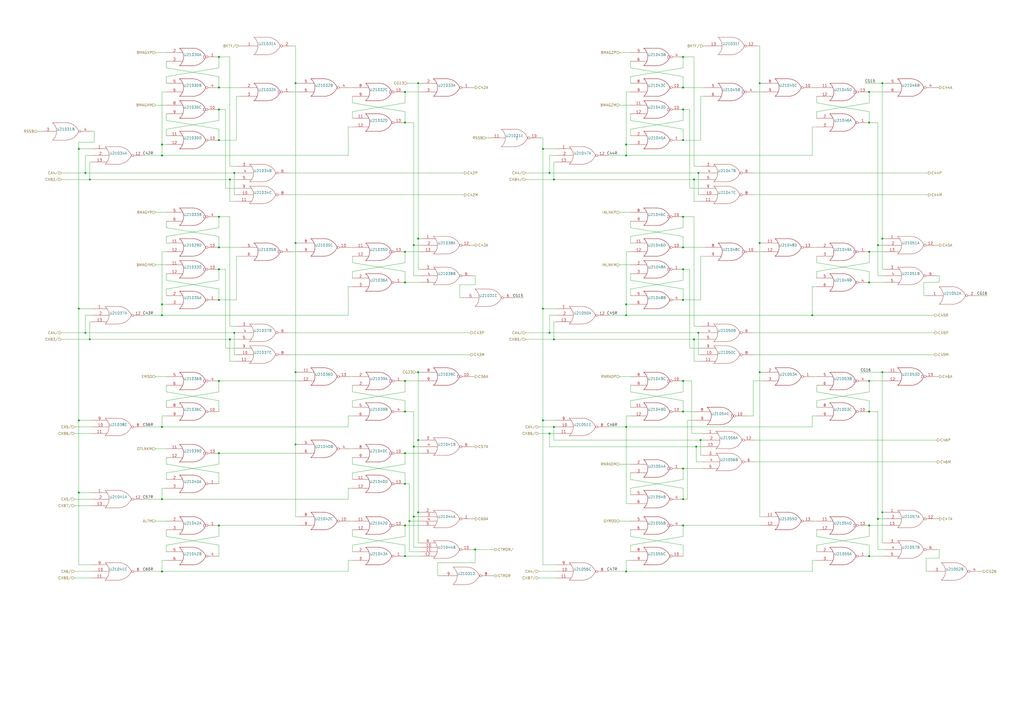
<source format=kicad_sch>
(kicad_sch (version 20211123) (generator eeschema)
  (paper "A2")
  (junction (at 237.49 302.26))
  (junction (at 396.24 156.21))
  (junction (at 52.07 196.85))
  (junction (at 504.19 304.8))
  (junction (at 504.19 322.58))
  (junction (at 396.24 271.78))
  (junction (at 234.95 220.98))
  (junction (at 511.81 138.43))
  (junction (at 396.24 33.02))
  (junction (at 511.81 297.18))
  (junction (at 93.98 83.82))
  (junction (at 234.95 53.34))
  (junction (at 405.13 193.04))
  (junction (at 234.95 163.83))
  (junction (at 171.45 257.81))
  (junction (at 318.77 193.04))
  (junction (at 396.24 125.73))
  (junction (at 318.77 100.33))
  (junction (at 234.95 71.12))
  (junction (at 321.31 196.85))
  (junction (at 242.57 138.43))
  (junction (at 135.89 100.33))
  (junction (at 234.95 280.67))
  (junction (at 93.98 247.65))
  (junction (at 234.95 146.05))
  (junction (at 242.57 48.26))
  (junction (at 318.77 251.46))
  (junction (at 127 220.98))
  (junction (at 504.19 163.83))
  (junction (at 440.69 215.9))
  (junction (at 93.98 182.88))
  (junction (at 45.72 179.07))
  (junction (at 396.24 220.98))
  (junction (at 127 50.8))
  (junction (at 234.95 262.89))
  (junction (at 440.69 140.97))
  (junction (at 234.95 238.76))
  (junction (at 93.98 176.53))
  (junction (at 405.13 100.33))
  (junction (at 440.69 48.26))
  (junction (at 396.24 173.99))
  (junction (at 511.81 215.9))
  (junction (at 234.95 304.8))
  (junction (at 127 262.89))
  (junction (at 363.22 176.53))
  (junction (at 363.22 90.17))
  (junction (at 127 125.73))
  (junction (at 242.57 215.9))
  (junction (at 504.19 220.98))
  (junction (at 321.31 104.14))
  (junction (at 234.95 322.58))
  (junction (at 133.35 104.14))
  (junction (at 403.86 259.08))
  (junction (at 363.22 83.82))
  (junction (at 49.53 193.04))
  (junction (at 396.24 50.8))
  (junction (at 396.24 304.8))
  (junction (at 240.03 142.24))
  (junction (at 45.72 243.84))
  (junction (at 396.24 143.51))
  (junction (at 314.96 179.07))
  (junction (at 127 173.99))
  (junction (at 402.59 196.85))
  (junction (at 504.19 71.12))
  (junction (at 93.98 90.17))
  (junction (at 45.72 86.36))
  (junction (at 242.57 297.18))
  (junction (at 133.35 196.85))
  (junction (at 127 63.5))
  (junction (at 52.07 104.14))
  (junction (at 321.31 247.65))
  (junction (at 363.22 247.65))
  (junction (at 396.24 81.28))
  (junction (at 49.53 100.33))
  (junction (at 504.19 146.05))
  (junction (at 363.22 331.47))
  (junction (at 135.89 193.04))
  (junction (at 471.17 182.88))
  (junction (at 406.4 255.27))
  (junction (at 396.24 289.56))
  (junction (at 396.24 238.76))
  (junction (at 171.45 215.9))
  (junction (at 45.72 285.75))
  (junction (at 363.22 182.88))
  (junction (at 127 33.02))
  (junction (at 509.27 142.24))
  (junction (at 127 143.51))
  (junction (at 275.59 318.77))
  (junction (at 504.19 53.34))
  (junction (at 402.59 104.14))
  (junction (at 127 304.8))
  (junction (at 314.96 86.36))
  (junction (at 509.27 300.99))
  (junction (at 127 81.28))
  (junction (at 93.98 331.47))
  (junction (at 240.03 299.72))
  (junction (at 171.45 48.26))
  (junction (at 314.96 243.84))
  (junction (at 240.03 259.08))
  (junction (at 93.98 289.56))
  (junction (at 171.45 140.97))
  (junction (at 511.81 48.26))
  (junction (at 396.24 63.5))
  (junction (at 504.19 238.76))
  (junction (at 242.57 255.27))
  (junction (at 127 156.21))
  (wire (pts (xy 127 227.33) (xy 96.52 232.41)))
  (wire (pts (xy 396.24 162.56) (xy 365.76 167.64)))
  (wire (pts (xy 275.59 165.1) (xy 266.7 165.1)))
  (wire (pts (xy 266.7 172.72) (xy 267.97 172.72)))
  (wire (pts (xy 234.95 71.12) (xy 234.95 64.77)))
  (wire (pts (xy 363.22 331.47) (xy 471.17 331.47)))
  (wire (pts (xy 568.96 331.47) (xy 570.23 331.47)))
  (wire (pts (xy 137.16 148.59) (xy 139.7 148.59)))
  (wire (pts (xy 52.07 104.14) (xy 133.35 104.14)))
  (wire (pts (xy 93.98 283.21) (xy 96.52 283.21)))
  (wire (pts (xy 398.78 289.56) (xy 396.24 289.56)))
  (wire (pts (xy 237.49 302.26) (xy 237.49 320.04)))
  (wire (pts (xy 234.95 227.33) (xy 204.47 232.41)))
  (wire (pts (xy 133.35 196.85) (xy 133.35 209.55)))
  (wire (pts (xy 133.35 125.73) (xy 133.35 189.23)))
  (wire (pts (xy 363.22 176.53) (xy 363.22 182.88)))
  (wire (pts (xy 440.69 26.67) (xy 440.69 48.26)))
  (wire (pts (xy 242.57 215.9) (xy 243.84 215.9)))
  (wire (pts (xy 363.22 241.3) (xy 363.22 247.65)))
  (wire (pts (xy 322.58 93.98) (xy 321.31 93.98)))
  (wire (pts (xy 242.57 48.26) (xy 243.84 48.26)))
  (wire (pts (xy 93.98 283.21) (xy 93.98 289.56)))
  (wire (pts (xy 171.45 48.26) (xy 171.45 140.97)))
  (wire (pts (xy 204.47 152.4) (xy 204.47 148.59)))
  (wire (pts (xy 96.52 162.56) (xy 96.52 158.75)))
  (wire (pts (xy 318.77 90.17) (xy 322.58 90.17)))
  (wire (pts (xy 127 125.73) (xy 133.35 125.73)))
  (wire (pts (xy 93.98 247.65) (xy 201.93 247.65)))
  (wire (pts (xy 511.81 48.26) (xy 513.08 48.26)))
  (wire (pts (xy 405.13 100.33) (xy 406.4 100.33)))
  (wire (pts (xy 504.19 71.12) (xy 504.19 64.77)))
  (wire (pts (xy 127 125.73) (xy 127 132.08)))
  (wire (pts (xy 201.93 166.37) (xy 204.47 166.37)))
  (wire (pts (xy 127 50.8) (xy 127 44.45)))
  (wire (pts (xy 509.27 238.76) (xy 509.27 300.99)))
  (wire (pts (xy 365.76 123.19) (xy 359.41 123.19)))
  (wire (pts (xy 53.34 335.28) (xy 43.18 335.28)))
  (wire (pts (xy 318.77 251.46) (xy 322.58 251.46)))
  (wire (pts (xy 234.95 146.05) (xy 243.84 146.05)))
  (wire (pts (xy 365.76 218.44) (xy 359.41 218.44)))
  (wire (pts (xy 275.59 142.24) (xy 274.32 142.24)))
  (wire (pts (xy 544.83 163.83) (xy 535.94 163.83)))
  (wire (pts (xy 504.19 163.83) (xy 513.08 163.83)))
  (wire (pts (xy 504.19 64.77) (xy 473.71 59.69)))
  (wire (pts (xy 318.77 100.33) (xy 318.77 90.17)))
  (wire (pts (xy 322.58 186.69) (xy 321.31 186.69)))
  (wire (pts (xy 45.72 243.84) (xy 53.34 243.84)))
  (wire (pts (xy 53.34 76.2) (xy 54.61 76.2)))
  (wire (pts (xy 49.53 193.04) (xy 49.53 182.88)))
  (wire (pts (xy 52.07 186.69) (xy 52.07 196.85)))
  (wire (pts (xy 567.69 171.45) (xy 572.77 171.45)))
  (wire (pts (xy 402.59 209.55) (xy 406.4 209.55)))
  (wire (pts (xy 171.45 257.81) (xy 172.72 257.81)))
  (wire (pts (xy 93.98 241.3) (xy 93.98 247.65)))
  (wire (pts (xy 438.15 255.27) (xy 543.56 255.27)))
  (wire (pts (xy 234.95 304.8) (xy 234.95 311.15)))
  (wire (pts (xy 234.95 280.67) (xy 234.95 274.32)))
  (wire (pts (xy 402.59 196.85) (xy 402.59 209.55)))
  (wire (pts (xy 403.86 259.08) (xy 403.86 267.97)))
  (wire (pts (xy 137.16 55.88) (xy 139.7 55.88)))
  (wire (pts (xy 401.32 220.98) (xy 401.32 251.46)))
  (wire (pts (xy 171.45 48.26) (xy 172.72 48.26)))
  (wire (pts (xy 240.03 160.02) (xy 243.84 160.02)))
  (wire (pts (xy 93.98 83.82) (xy 96.52 83.82)))
  (wire (pts (xy 127 173.99) (xy 137.16 173.99)))
  (wire (pts (xy 83.82 90.17) (xy 93.98 90.17)))
  (wire (pts (xy 509.27 318.77) (xy 513.08 318.77)))
  (wire (pts (xy 396.24 156.21) (xy 396.24 162.56)))
  (wire (pts (xy 45.72 179.07) (xy 45.72 243.84)))
  (wire (pts (xy 509.27 300.99) (xy 513.08 300.99)))
  (wire (pts (xy 473.71 59.69) (xy 473.71 55.88)))
  (wire (pts (xy 171.45 215.9) (xy 171.45 257.81)))
  (wire (pts (xy 405.13 100.33) (xy 405.13 113.03)))
  (wire (pts (xy 365.76 132.08) (xy 365.76 128.27)))
  (wire (pts (xy 436.88 113.03) (xy 538.48 113.03)))
  (wire (pts (xy 127 69.85) (xy 96.52 74.93)))
  (wire (pts (xy 241.3 215.9) (xy 242.57 215.9)))
  (wire (pts (xy 365.76 74.93) (xy 365.76 78.74)))
  (wire (pts (xy 135.89 193.04) (xy 137.16 193.04)))
  (wire (pts (xy 504.19 157.48) (xy 473.71 152.4)))
  (wire (pts (xy 509.27 142.24) (xy 509.27 160.02)))
  (wire (pts (xy 266.7 165.1) (xy 266.7 172.72)))
  (wire (pts (xy 544.83 300.99) (xy 543.56 300.99)))
  (wire (pts (xy 396.24 63.5) (xy 396.24 69.85)))
  (wire (pts (xy 439.42 146.05) (xy 441.96 146.05)))
  (wire (pts (xy 363.22 182.88) (xy 471.17 182.88)))
  (wire (pts (xy 472.44 218.44) (xy 473.71 218.44)))
  (wire (pts (xy 53.34 93.98) (xy 52.07 93.98)))
  (wire (pts (xy 402.59 116.84) (xy 406.4 116.84)))
  (wire (pts (xy 283.21 80.01) (xy 281.94 80.01)))
  (wire (pts (xy 304.8 104.14) (xy 321.31 104.14)))
  (wire (pts (xy 204.47 64.77) (xy 204.47 68.58)))
  (wire (pts (xy 406.4 55.88) (xy 408.94 55.88)))
  (wire (pts (xy 254 334.01) (xy 255.27 334.01)))
  (wire (pts (xy 49.53 90.17) (xy 53.34 90.17)))
  (wire (pts (xy 440.69 215.9) (xy 440.69 299.72)))
  (wire (pts (xy 543.56 160.02) (xy 544.83 160.02)))
  (wire (pts (xy 365.76 269.24) (xy 359.41 269.24)))
  (wire (pts (xy 511.81 297.18) (xy 513.08 297.18)))
  (wire (pts (xy 127 167.64) (xy 96.52 162.56)))
  (wire (pts (xy 403.86 267.97) (xy 407.67 267.97)))
  (wire (pts (xy 511.81 48.26) (xy 511.81 138.43)))
  (wire (pts (xy 203.2 218.44) (xy 204.47 218.44)))
  (wire (pts (xy 127 262.89) (xy 127 269.24)))
  (wire (pts (xy 49.53 193.04) (xy 135.89 193.04)))
  (wire (pts (xy 93.98 53.34) (xy 93.98 83.82)))
  (wire (pts (xy 254 326.39) (xy 254 334.01)))
  (wire (pts (xy 402.59 125.73) (xy 402.59 189.23)))
  (wire (pts (xy 240.03 259.08) (xy 243.84 259.08)))
  (wire (pts (xy 240.03 299.72) (xy 243.84 299.72)))
  (wire (pts (xy 237.49 320.04) (xy 243.84 320.04)))
  (wire (pts (xy 440.69 215.9) (xy 441.96 215.9)))
  (wire (pts (xy 396.24 283.21) (xy 365.76 278.13)))
  (wire (pts (xy 201.93 182.88) (xy 201.93 166.37)))
  (wire (pts (xy 35.56 100.33) (xy 49.53 100.33)))
  (wire (pts (xy 83.82 247.65) (xy 93.98 247.65)))
  (wire (pts (xy 433.07 241.3) (xy 436.88 241.3)))
  (wire (pts (xy 504.19 311.15) (xy 473.71 316.23)))
  (wire (pts (xy 405.13 193.04) (xy 405.13 205.74)))
  (wire (pts (xy 363.22 325.12) (xy 363.22 331.47)))
  (wire (pts (xy 201.93 73.66) (xy 204.47 73.66)))
  (wire (pts (xy 127 74.93) (xy 96.52 69.85)))
  (wire (pts (xy 304.8 100.33) (xy 318.77 100.33)))
  (wire (pts (xy 234.95 64.77) (xy 204.47 59.69)))
  (wire (pts (xy 127 50.8) (xy 139.7 50.8)))
  (wire (pts (xy 363.22 176.53) (xy 365.76 176.53)))
  (wire (pts (xy 321.31 196.85) (xy 402.59 196.85)))
  (wire (pts (xy 318.77 259.08) (xy 403.86 259.08)))
  (wire (pts (xy 472.44 143.51) (xy 473.71 143.51)))
  (wire (pts (xy 363.22 53.34) (xy 363.22 83.82)))
  (wire (pts (xy 436.88 193.04) (xy 542.29 193.04)))
  (wire (pts (xy 537.21 323.85) (xy 537.21 331.47)))
  (wire (pts (xy 408.94 26.67) (xy 407.67 26.67)))
  (wire (pts (xy 504.19 220.98) (xy 504.19 227.33)))
  (wire (pts (xy 275.59 300.99) (xy 274.32 300.99)))
  (wire (pts (xy 93.98 289.56) (xy 201.93 289.56)))
  (wire (pts (xy 203.2 260.35) (xy 204.47 260.35)))
  (wire (pts (xy 472.44 50.8) (xy 473.71 50.8)))
  (wire (pts (xy 234.95 146.05) (xy 234.95 152.4)))
  (wire (pts (xy 504.19 304.8) (xy 504.19 311.15)))
  (wire (pts (xy 127 316.23) (xy 96.52 311.15)))
  (wire (pts (xy 96.52 311.15) (xy 96.52 307.34)))
  (wire (pts (xy 511.81 138.43) (xy 513.08 138.43)))
  (wire (pts (xy 234.95 280.67) (xy 237.49 280.67)))
  (wire (pts (xy 511.81 215.9) (xy 513.08 215.9)))
  (wire (pts (xy 204.47 227.33) (xy 204.47 223.52)))
  (wire (pts (xy 53.34 293.37) (xy 43.18 293.37)))
  (wire (pts (xy 439.42 26.67) (xy 440.69 26.67)))
  (wire (pts (xy 274.32 318.77) (xy 275.59 318.77)))
  (wire (pts (xy 133.35 33.02) (xy 133.35 96.52)))
  (wire (pts (xy 167.64 113.03) (xy 269.24 113.03)))
  (wire (pts (xy 242.57 215.9) (xy 242.57 255.27)))
  (wire (pts (xy 322.58 335.28) (xy 312.42 335.28)))
  (wire (pts (xy 242.57 138.43) (xy 242.57 156.21)))
  (wire (pts (xy 133.35 104.14) (xy 133.35 116.84)))
  (wire (pts (xy 544.83 160.02) (xy 544.83 163.83)))
  (wire (pts (xy 441.96 304.8) (xy 396.24 304.8)))
  (wire (pts (xy 201.93 283.21) (xy 204.47 283.21)))
  (wire (pts (xy 240.03 299.72) (xy 240.03 317.5)))
  (wire (pts (xy 172.72 262.89) (xy 127 262.89)))
  (wire (pts (xy 234.95 152.4) (xy 204.47 157.48)))
  (wire (pts (xy 314.96 243.84) (xy 314.96 327.66)))
  (wire (pts (xy 398.78 243.84) (xy 398.78 289.56)))
  (wire (pts (xy 234.95 238.76) (xy 240.03 238.76)))
  (wire (pts (xy 127 162.56) (xy 96.52 167.64)))
  (wire (pts (xy 242.57 138.43) (xy 243.84 138.43)))
  (wire (pts (xy 396.24 220.98) (xy 401.32 220.98)))
  (wire (pts (xy 396.24 173.99) (xy 406.4 173.99)))
  (wire (pts (xy 204.47 316.23) (xy 204.47 320.04)))
  (wire (pts (xy 170.18 26.67) (xy 171.45 26.67)))
  (wire (pts (xy 93.98 53.34) (xy 96.52 53.34)))
  (wire (pts (xy 242.57 255.27) (xy 242.57 297.18)))
  (wire (pts (xy 127 39.37) (xy 96.52 44.45)))
  (wire (pts (xy 234.95 322.58) (xy 243.84 322.58)))
  (wire (pts (xy 201.93 90.17) (xy 201.93 73.66)))
  (wire (pts (xy 318.77 193.04) (xy 405.13 193.04)))
  (wire (pts (xy 96.52 69.85) (xy 96.52 66.04)))
  (wire (pts (xy 365.76 283.21) (xy 365.76 287.02)))
  (wire (pts (xy 96.52 232.41) (xy 96.52 236.22)))
  (wire (pts (xy 353.06 182.88) (xy 363.22 182.88)))
  (wire (pts (xy 130.81 201.93) (xy 137.16 201.93)))
  (wire (pts (xy 204.47 157.48) (xy 204.47 161.29)))
  (wire (pts (xy 321.31 247.65) (xy 321.31 255.27)))
  (wire (pts (xy 93.98 325.12) (xy 96.52 325.12)))
  (wire (pts (xy 234.95 220.98) (xy 243.84 220.98)))
  (wire (pts (xy 353.06 90.17) (xy 363.22 90.17)))
  (wire (pts (xy 405.13 193.04) (xy 406.4 193.04)))
  (wire (pts (xy 135.89 205.74) (xy 137.16 205.74)))
  (wire (pts (xy 473.71 157.48) (xy 473.71 161.29)))
  (wire (pts (xy 504.19 53.34) (xy 513.08 53.34)))
  (wire (pts (xy 471.17 73.66) (xy 473.71 73.66)))
  (wire (pts (xy 365.76 302.26) (xy 359.41 302.26)))
  (wire (pts (xy 127 81.28) (xy 137.16 81.28)))
  (wire (pts (xy 133.35 104.14) (xy 137.16 104.14)))
  (wire (pts (xy 49.53 100.33) (xy 49.53 90.17)))
  (wire (pts (xy 167.64 193.04) (xy 273.05 193.04)))
  (wire (pts (xy 93.98 331.47) (xy 201.93 331.47)))
  (wire (pts (xy 509.27 300.99) (xy 509.27 318.77)))
  (wire (pts (xy 204.47 311.15) (xy 204.47 307.34)))
  (wire (pts (xy 504.19 146.05) (xy 513.08 146.05)))
  (wire (pts (xy 93.98 241.3) (xy 96.52 241.3)))
  (wire (pts (xy 396.24 271.78) (xy 407.67 271.78)))
  (wire (pts (xy 401.32 251.46) (xy 407.67 251.46)))
  (wire (pts (xy 54.61 82.55) (xy 45.72 82.55)))
  (wire (pts (xy 440.69 140.97) (xy 440.69 215.9)))
  (wire (pts (xy 93.98 146.05) (xy 96.52 146.05)))
  (wire (pts (xy 471.17 331.47) (xy 471.17 325.12)))
  (wire (pts (xy 45.72 179.07) (xy 53.34 179.07)))
  (wire (pts (xy 275.59 259.08) (xy 274.32 259.08)))
  (wire (pts (xy 201.93 325.12) (xy 204.47 325.12)))
  (wire (pts (xy 275.59 326.39) (xy 254 326.39)))
  (wire (pts (xy 234.95 238.76) (xy 234.95 232.41)))
  (wire (pts (xy 365.76 39.37) (xy 365.76 35.56)))
  (wire (pts (xy 396.24 143.51) (xy 396.24 137.16)))
  (wire (pts (xy 314.96 327.66) (xy 322.58 327.66)))
  (wire (pts (xy 127 132.08) (xy 96.52 137.16)))
  (wire (pts (xy 201.93 247.65) (xy 201.93 241.3)))
  (wire (pts (xy 312.42 247.65) (xy 321.31 247.65)))
  (wire (pts (xy 535.94 163.83) (xy 535.94 171.45)))
  (wire (pts (xy 234.95 220.98) (xy 234.95 227.33)))
  (wire (pts (xy 365.76 30.48) (xy 359.41 30.48)))
  (wire (pts (xy 285.75 334.01) (xy 287.02 334.01)))
  (wire (pts (xy 396.24 69.85) (xy 365.76 74.93)))
  (wire (pts (xy 396.24 33.02) (xy 396.24 39.37)))
  (wire (pts (xy 96.52 316.23) (xy 96.52 320.04)))
  (wire (pts (xy 396.24 132.08) (xy 365.76 137.16)))
  (wire (pts (xy 171.45 140.97) (xy 172.72 140.97)))
  (wire (pts (xy 137.16 173.99) (xy 137.16 148.59)))
  (wire (pts (xy 471.17 241.3) (xy 473.71 241.3)))
  (wire (pts (xy 504.19 152.4) (xy 473.71 157.48)))
  (wire (pts (xy 321.31 186.69) (xy 321.31 196.85)))
  (wire (pts (xy 396.24 50.8) (xy 396.24 44.45)))
  (wire (pts (xy 511.81 297.18) (xy 511.81 314.96)))
  (wire (pts (xy 314.96 80.01) (xy 313.69 80.01)))
  (wire (pts (xy 473.71 311.15) (xy 473.71 307.34)))
  (wire (pts (xy 396.24 125.73) (xy 396.24 132.08)))
  (wire (pts (xy 396.24 289.56) (xy 396.24 283.21)))
  (wire (pts (xy 363.22 325.12) (xy 365.76 325.12)))
  (wire (pts (xy 96.52 74.93) (xy 96.52 78.74)))
  (wire (pts (xy 171.45 140.97) (xy 171.45 215.9)))
  (wire (pts (xy 127 137.16) (xy 96.52 132.08)))
  (wire (pts (xy 396.24 173.99) (xy 396.24 167.64)))
  (wire (pts (xy 509.27 142.24) (xy 513.08 142.24)))
  (wire (pts (xy 396.24 271.78) (xy 396.24 278.13)))
  (wire (pts (xy 133.35 209.55) (xy 137.16 209.55)))
  (wire (pts (xy 365.76 316.23) (xy 365.76 320.04)))
  (wire (pts (xy 363.22 292.1) (xy 365.76 292.1)))
  (wire (pts (xy 35.56 196.85) (xy 52.07 196.85)))
  (wire (pts (xy 504.19 232.41) (xy 473.71 227.33)))
  (wire (pts (xy 127 143.51) (xy 127 137.16)))
  (wire (pts (xy 321.31 104.14) (xy 402.59 104.14)))
  (wire (pts (xy 314.96 179.07) (xy 314.96 243.84)))
  (wire (pts (xy 473.71 316.23) (xy 473.71 320.04)))
  (wire (pts (xy 203.2 50.8) (xy 204.47 50.8)))
  (wire (pts (xy 396.24 316.23) (xy 365.76 311.15)))
  (wire (pts (xy 242.57 297.18) (xy 242.57 314.96)))
  (wire (pts (xy 135.89 113.03) (xy 137.16 113.03)))
  (wire (pts (xy 242.57 314.96) (xy 243.84 314.96)))
  (wire (pts (xy 204.47 59.69) (xy 204.47 55.88)))
  (wire (pts (xy 504.19 238.76) (xy 504.19 232.41)))
  (wire (pts (xy 127 81.28) (xy 127 74.93)))
  (wire (pts (xy 234.95 316.23) (xy 204.47 311.15)))
  (wire (pts (xy 402.59 189.23) (xy 406.4 189.23)))
  (wire (pts (xy 167.64 205.74) (xy 273.05 205.74)))
  (wire (pts (xy 93.98 90.17) (xy 201.93 90.17)))
  (wire (pts (xy 52.07 196.85) (xy 133.35 196.85)))
  (wire (pts (xy 22.86 76.2) (xy 21.59 76.2)))
  (wire (pts (xy 406.4 81.28) (xy 406.4 55.88)))
  (wire (pts (xy 275.59 218.44) (xy 274.32 218.44)))
  (wire (pts (xy 543.56 318.77) (xy 544.83 318.77)))
  (wire (pts (xy 363.22 90.17) (xy 471.17 90.17)))
  (wire (pts (xy 234.95 53.34) (xy 243.84 53.34)))
  (wire (pts (xy 135.89 193.04) (xy 135.89 205.74)))
  (wire (pts (xy 304.8 193.04) (xy 318.77 193.04)))
  (wire (pts (xy 133.35 196.85) (xy 137.16 196.85)))
  (wire (pts (xy 365.76 232.41) (xy 365.76 236.22)))
  (wire (pts (xy 396.24 220.98) (xy 396.24 227.33)))
  (wire (pts (xy 473.71 64.77) (xy 473.71 68.58)))
  (wire (pts (xy 204.47 269.24) (xy 204.47 265.43)))
  (wire (pts (xy 318.77 193.04) (xy 318.77 182.88)))
  (wire (pts (xy 396.24 33.02) (xy 402.59 33.02)))
  (wire (pts (xy 402.59 96.52) (xy 406.4 96.52)))
  (wire (pts (xy 172.72 304.8) (xy 127 304.8)))
  (wire (pts (xy 203.2 143.51) (xy 204.47 143.51)))
  (wire (pts (xy 365.76 60.96) (xy 359.41 60.96)))
  (wire (pts (xy 242.57 156.21) (xy 243.84 156.21)))
  (wire (pts (xy 365.76 227.33) (xy 365.76 223.52)))
  (wire (pts (xy 93.98 176.53) (xy 93.98 182.88)))
  (wire (pts (xy 314.96 86.36) (xy 314.96 179.07)))
  (wire (pts (xy 504.19 322.58) (xy 504.19 316.23)))
  (wire (pts (xy 52.07 93.98) (xy 52.07 104.14)))
  (wire (pts (xy 365.76 137.16) (xy 365.76 140.97)))
  (wire (pts (xy 201.93 289.56) (xy 201.93 283.21)))
  (wire (pts (xy 234.95 157.48) (xy 204.47 152.4)))
  (wire (pts (xy 133.35 96.52) (xy 137.16 96.52)))
  (wire (pts (xy 436.88 100.33) (xy 538.48 100.33)))
  (wire (pts (xy 471.17 325.12) (xy 473.71 325.12)))
  (wire (pts (xy 45.72 285.75) (xy 53.34 285.75)))
  (wire (pts (xy 298.45 172.72) (xy 303.53 172.72)))
  (wire (pts (xy 472.44 302.26) (xy 473.71 302.26)))
  (wire (pts (xy 396.24 156.21) (xy 400.05 156.21)))
  (wire (pts (xy 436.88 241.3) (xy 436.88 220.98)))
  (wire (pts (xy 396.24 232.41) (xy 365.76 227.33)))
  (wire (pts (xy 135.89 100.33) (xy 137.16 100.33)))
  (wire (pts (xy 96.52 123.19) (xy 90.17 123.19)))
  (wire (pts (xy 275.59 318.77) (xy 287.02 318.77)))
  (wire (pts (xy 396.24 44.45) (xy 365.76 39.37)))
  (wire (pts (xy 402.59 196.85) (xy 406.4 196.85)))
  (wire (pts (xy 363.22 146.05) (xy 363.22 176.53)))
  (wire (pts (xy 471.17 166.37) (xy 473.71 166.37)))
  (wire (pts (xy 403.86 259.08) (xy 407.67 259.08)))
  (wire (pts (xy 511.81 138.43) (xy 511.81 156.21)))
  (wire (pts (xy 96.52 60.96) (xy 90.17 60.96)))
  (wire (pts (xy 544.83 318.77) (xy 544.83 323.85)))
  (wire (pts (xy 365.76 162.56) (xy 365.76 158.75)))
  (wire (pts (xy 127 173.99) (xy 127 167.64)))
  (wire (pts (xy 45.72 82.55) (xy 45.72 86.36)))
  (wire (pts (xy 504.19 53.34) (xy 504.19 59.69)))
  (wire (pts (xy 314.96 243.84) (xy 322.58 243.84)))
  (wire (pts (xy 234.95 163.83) (xy 234.95 157.48)))
  (wire (pts (xy 275.59 160.02) (xy 275.59 165.1)))
  (wire (pts (xy 511.81 314.96) (xy 513.08 314.96)))
  (wire (pts (xy 402.59 243.84) (xy 398.78 243.84)))
  (wire (pts (xy 440.69 48.26) (xy 441.96 48.26)))
  (wire (pts (xy 83.82 182.88) (xy 93.98 182.88)))
  (wire (pts (xy 396.24 74.93) (xy 365.76 69.85)))
  (wire (pts (xy 45.72 327.66) (xy 53.34 327.66)))
  (wire (pts (xy 234.95 71.12) (xy 240.03 71.12)))
  (wire (pts (xy 365.76 311.15) (xy 365.76 307.34)))
  (wire (pts (xy 363.22 53.34) (xy 365.76 53.34)))
  (wire (pts (xy 53.34 186.69) (xy 52.07 186.69)))
  (wire (pts (xy 127 304.8) (xy 127 311.15)))
  (wire (pts (xy 204.47 274.32) (xy 204.47 278.13)))
  (wire (pts (xy 365.76 153.67) (xy 359.41 153.67)))
  (wire (pts (xy 402.59 104.14) (xy 406.4 104.14)))
  (wire (pts (xy 504.19 227.33) (xy 473.71 232.41)))
  (wire (pts (xy 203.2 302.26) (xy 204.47 302.26)))
  (wire (pts (xy 54.61 76.2) (xy 54.61 82.55)))
  (wire (pts (xy 363.22 146.05) (xy 365.76 146.05)))
  (wire (pts (xy 237.49 302.26) (xy 243.84 302.26)))
  (wire (pts (xy 171.45 257.81) (xy 171.45 299.72)))
  (wire (pts (xy 240.03 317.5) (xy 243.84 317.5)))
  (wire (pts (xy 471.17 247.65) (xy 471.17 241.3)))
  (wire (pts (xy 471.17 182.88) (xy 471.17 166.37)))
  (wire (pts (xy 127 33.02) (xy 133.35 33.02)))
  (wire (pts (xy 321.31 247.65) (xy 322.58 247.65)))
  (wire (pts (xy 314.96 86.36) (xy 322.58 86.36)))
  (wire (pts (xy 242.57 255.27) (xy 243.84 255.27)))
  (wire (pts (xy 234.95 269.24) (xy 204.47 274.32)))
  (wire (pts (xy 440.69 299.72) (xy 441.96 299.72)))
  (wire (pts (xy 396.24 311.15) (xy 365.76 316.23)))
  (wire (pts (xy 135.89 100.33) (xy 135.89 113.03)))
  (wire (pts (xy 312.42 331.47) (xy 322.58 331.47)))
  (wire (pts (xy 127 238.76) (xy 127 232.41)))
  (wire (pts (xy 83.82 331.47) (xy 93.98 331.47)))
  (wire (pts (xy 473.71 152.4) (xy 473.71 148.59)))
  (wire (pts (xy 96.52 39.37) (xy 96.52 35.56)))
  (wire (pts (xy 365.76 69.85) (xy 365.76 66.04)))
  (wire (pts (xy 96.52 137.16) (xy 96.52 140.97)))
  (wire (pts (xy 511.81 156.21) (xy 513.08 156.21)))
  (wire (pts (xy 127 220.98) (xy 127 227.33)))
  (wire (pts (xy 436.88 205.74) (xy 542.29 205.74)))
  (wire (pts (xy 96.52 227.33) (xy 96.52 223.52)))
  (wire (pts (xy 127 143.51) (xy 139.7 143.51)))
  (wire (pts (xy 363.22 83.82) (xy 363.22 90.17)))
  (wire (pts (xy 127 63.5) (xy 130.81 63.5)))
  (wire (pts (xy 96.52 260.35) (xy 90.17 260.35)))
  (wire (pts (xy 396.24 81.28) (xy 406.4 81.28)))
  (wire (pts (xy 43.18 247.65) (xy 53.34 247.65)))
  (wire (pts (xy 438.15 267.97) (xy 543.56 267.97)))
  (wire (pts (xy 93.98 83.82) (xy 93.98 90.17)))
  (wire (pts (xy 396.24 227.33) (xy 365.76 232.41)))
  (wire (pts (xy 127 156.21) (xy 130.81 156.21)))
  (wire (pts (xy 234.95 304.8) (xy 243.84 304.8)))
  (wire (pts (xy 240.03 259.08) (xy 240.03 299.72)))
  (wire (pts (xy 127 274.32) (xy 96.52 269.24)))
  (wire (pts (xy 93.98 176.53) (xy 96.52 176.53)))
  (wire (pts (xy 402.59 33.02) (xy 402.59 96.52)))
  (wire (pts (xy 127 44.45) (xy 96.52 39.37)))
  (wire (pts (xy 234.95 163.83) (xy 243.84 163.83)))
  (wire (pts (xy 35.56 104.14) (xy 52.07 104.14)))
  (wire (pts (xy 127 232.41) (xy 96.52 227.33)))
  (wire (pts (xy 234.95 322.58) (xy 234.95 316.23)))
  (wire (pts (xy 240.03 238.76) (xy 240.03 259.08)))
  (wire (pts (xy 396.24 238.76) (xy 396.24 232.41)))
  (wire (pts (xy 511.81 215.9) (xy 511.81 297.18)))
  (wire (pts (xy 396.24 81.28) (xy 396.24 74.93)))
  (wire (pts (xy 473.71 227.33) (xy 473.71 223.52)))
  (wire (pts (xy 83.82 289.56) (xy 93.98 289.56)))
  (wire (pts (xy 170.18 53.34) (xy 172.72 53.34)))
  (wire (pts (xy 234.95 232.41) (xy 204.47 227.33)))
  (wire (pts (xy 240.03 142.24) (xy 243.84 142.24)))
  (wire (pts (xy 365.76 278.13) (xy 365.76 274.32)))
  (wire (pts (xy 363.22 83.82) (xy 365.76 83.82)))
  (wire (pts (xy 43.18 331.47) (xy 53.34 331.47)))
  (wire (pts (xy 96.52 44.45) (xy 96.52 48.26)))
  (wire (pts (xy 363.22 247.65) (xy 363.22 292.1)))
  (wire (pts (xy 234.95 262.89) (xy 243.84 262.89)))
  (wire (pts (xy 405.13 205.74) (xy 406.4 205.74)))
  (wire (pts (xy 501.65 48.26) (xy 511.81 48.26)))
  (wire (pts (xy 396.24 39.37) (xy 365.76 44.45)))
  (wire (pts (xy 321.31 93.98) (xy 321.31 104.14)))
  (wire (pts (xy 318.77 100.33) (xy 405.13 100.33)))
  (wire (pts (xy 396.24 167.64) (xy 365.76 162.56)))
  (wire (pts (xy 473.71 232.41) (xy 473.71 236.22)))
  (wire (pts (xy 509.27 160.02) (xy 513.08 160.02)))
  (wire (pts (xy 130.81 109.22) (xy 137.16 109.22)))
  (wire (pts (xy 201.93 331.47) (xy 201.93 325.12)))
  (wire (pts (xy 471.17 182.88) (xy 542.29 182.88)))
  (wire (pts (xy 537.21 331.47) (xy 538.48 331.47)))
  (wire (pts (xy 405.13 113.03) (xy 406.4 113.03)))
  (wire (pts (xy 504.19 71.12) (xy 509.27 71.12)))
  (wire (pts (xy 504.19 322.58) (xy 513.08 322.58)))
  (wire (pts (xy 96.52 30.48) (xy 90.17 30.48)))
  (wire (pts (xy 396.24 304.8) (xy 396.24 311.15)))
  (wire (pts (xy 321.31 255.27) (xy 406.4 255.27)))
  (wire (pts (xy 504.19 316.23) (xy 473.71 311.15)))
  (wire (pts (xy 400.05 109.22) (xy 406.4 109.22)))
  (wire (pts (xy 171.45 215.9) (xy 172.72 215.9)))
  (wire (pts (xy 396.24 63.5) (xy 400.05 63.5)))
  (wire (pts (xy 275.59 318.77) (xy 275.59 326.39)))
  (wire (pts (xy 242.57 48.26) (xy 242.57 138.43)))
  (wire (pts (xy 96.52 167.64) (xy 96.52 171.45)))
  (wire (pts (xy 96.52 269.24) (xy 96.52 265.43)))
  (wire (pts (xy 171.45 26.67) (xy 171.45 48.26)))
  (wire (pts (xy 127 33.02) (xy 127 39.37)))
  (wire (pts (xy 93.98 325.12) (xy 93.98 331.47)))
  (wire (pts (xy 314.96 179.07) (xy 322.58 179.07)))
  (wire (pts (xy 45.72 86.36) (xy 53.34 86.36)))
  (wire (pts (xy 365.76 44.45) (xy 365.76 48.26)))
  (wire (pts (xy 237.49 280.67) (xy 237.49 302.26)))
  (wire (pts (xy 400.05 156.21) (xy 400.05 201.93)))
  (wire (pts (xy 439.42 53.34) (xy 441.96 53.34)))
  (wire (pts (xy 363.22 247.65) (xy 471.17 247.65)))
  (wire (pts (xy 234.95 311.15) (xy 204.47 316.23)))
  (wire (pts (xy 312.42 251.46) (xy 318.77 251.46)))
  (wire (pts (xy 363.22 241.3) (xy 365.76 241.3)))
  (wire (pts (xy 170.18 146.05) (xy 172.72 146.05)))
  (wire (pts (xy 353.06 331.47) (xy 363.22 331.47)))
  (wire (pts (xy 353.06 247.65) (xy 363.22 247.65)))
  (wire (pts (xy 49.53 100.33) (xy 135.89 100.33)))
  (wire (pts (xy 167.64 100.33) (xy 269.24 100.33)))
  (wire (pts (xy 304.8 196.85) (xy 321.31 196.85)))
  (wire (pts (xy 318.77 251.46) (xy 318.77 259.08)))
  (wire (pts (xy 172.72 220.98) (xy 127 220.98)))
  (wire (pts (xy 318.77 182.88) (xy 322.58 182.88)))
  (wire (pts (xy 240.03 71.12) (xy 240.03 142.24)))
  (wire (pts (xy 471.17 90.17) (xy 471.17 73.66)))
  (wire (pts (xy 96.52 153.67) (xy 90.17 153.67)))
  (wire (pts (xy 171.45 299.72) (xy 172.72 299.72)))
  (wire (pts (xy 406.4 264.16) (xy 407.67 264.16)))
  (wire (pts (xy 234.95 274.32) (xy 204.47 269.24)))
  (wire (pts (xy 130.81 156.21) (xy 130.81 201.93)))
  (wire (pts (xy 400.05 201.93) (xy 406.4 201.93)))
  (wire (pts (xy 504.19 59.69) (xy 473.71 64.77)))
  (wire (pts (xy 544.83 218.44) (xy 543.56 218.44)))
  (wire (pts (xy 240.03 142.24) (xy 240.03 160.02)))
  (wire (pts (xy 400.05 63.5) (xy 400.05 109.22)))
  (wire (pts (xy 406.4 173.99) (xy 406.4 148.59)))
  (wire (pts (xy 53.34 251.46) (xy 43.18 251.46)))
  (wire (pts (xy 35.56 193.04) (xy 49.53 193.04)))
  (wire (pts (xy 127 269.24) (xy 96.52 274.32)))
  (wire (pts (xy 402.59 104.14) (xy 402.59 116.84)))
  (wire (pts (xy 406.4 148.59) (xy 408.94 148.59)))
  (wire (pts (xy 127 156.21) (xy 127 162.56)))
  (wire (pts (xy 49.53 182.88) (xy 53.34 182.88)))
  (wire (pts (xy 544.83 50.8) (xy 543.56 50.8)))
  (wire (pts (xy 504.19 304.8) (xy 513.08 304.8)))
  (wire (pts (xy 440.69 48.26) (xy 440.69 140.97)))
  (wire (pts (xy 93.98 146.05) (xy 93.98 176.53)))
  (wire (pts (xy 436.88 220.98) (xy 441.96 220.98)))
  (wire (pts (xy 133.35 116.84) (xy 137.16 116.84)))
  (wire (pts (xy 96.52 218.44) (xy 90.17 218.44)))
  (wire (pts (xy 45.72 86.36) (xy 45.72 179.07)))
  (wire (pts (xy 130.81 63.5) (xy 130.81 109.22)))
  (wire (pts (xy 396.24 50.8) (xy 408.94 50.8)))
  (wire (pts (xy 509.27 71.12) (xy 509.27 142.24)))
  (wire (pts (xy 234.95 53.34) (xy 234.95 59.69)))
  (wire (pts (xy 96.52 274.32) (xy 96.52 278.13)))
  (wire (pts (xy 396.24 125.73) (xy 402.59 125.73)))
  (wire (pts (xy 440.69 140.97) (xy 441.96 140.97)))
  (wire (pts (xy 396.24 137.16) (xy 365.76 132.08)))
  (wire (pts (xy 499.11 215.9) (xy 511.81 215.9)))
  (wire (pts (xy 127 311.15) (xy 96.52 316.23)))
  (wire (pts (xy 133.35 189.23) (xy 137.16 189.23)))
  (wire (pts (xy 43.18 289.56) (xy 53.34 289.56)))
  (wire (pts (xy 242.57 297.18) (xy 243.84 297.18)))
  (wire (pts (xy 137.16 81.28) (xy 137.16 55.88)))
  (wire (pts (xy 45.72 285.75) (xy 45.72 327.66)))
  (wire (pts (xy 127 322.58) (xy 127 316.23)))
  (wire (pts (xy 274.32 160.02) (xy 275.59 160.02)))
  (wire (pts (xy 236.22 48.26) (xy 242.57 48.26)))
  (wire (pts (xy 201.93 241.3) (xy 204.47 241.3)))
  (wire (pts (xy 406.4 255.27) (xy 406.4 264.16)))
  (wire (pts (xy 406.4 255.27) (xy 407.67 255.27)))
  (wire (pts (xy 127 280.67) (xy 127 274.32)))
  (wire (pts (xy 504.19 220.98) (xy 513.08 220.98)))
  (wire (pts (xy 314.96 80.01) (xy 314.96 86.36)))
  (wire (pts (xy 504.19 163.83) (xy 504.19 157.48)))
  (wire (pts (xy 365.76 167.64) (xy 365.76 171.45)))
  (wire (pts (xy 396.24 143.51) (xy 408.94 143.51)))
  (wire (pts (xy 234.95 59.69) (xy 204.47 64.77)))
  (wire (pts (xy 275.59 50.8) (xy 274.32 50.8)))
  (wire (pts (xy 544.83 323.85) (xy 537.21 323.85)))
  (wire (pts (xy 396.24 322.58) (xy 396.24 316.23)))
  (wire (pts (xy 544.83 142.24) (xy 543.56 142.24)))
  (wire (pts (xy 96.52 132.08) (xy 96.52 128.27)))
  (wire (pts (xy 396.24 238.76) (xy 402.59 238.76)))
  (wire (pts (xy 139.7 26.67) (xy 138.43 26.67)))
  (wire (pts (xy 96.52 302.26) (xy 90.17 302.26)))
  (wire (pts (xy 504.19 146.05) (xy 504.19 152.4)))
  (wire (pts (xy 396.24 278.13) (xy 365.76 283.21)))
  (wire (pts (xy 127 63.5) (xy 127 69.85)))
  (wire (pts (xy 234.95 262.89) (xy 234.95 269.24)))
  (wire (pts (xy 93.98 182.88) (xy 201.93 182.88)))
  (wire (pts (xy 45.72 243.84) (xy 45.72 285.75)))
  (wire (pts (xy 504.19 238.76) (xy 509.27 238.76)))
  (wire (pts (xy 535.94 171.45) (xy 537.21 171.45)))
  (wire (pts (xy 204.47 232.41) (xy 204.47 236.22)))
  (label "C44R" (at 358.14 90.17 180) (effects (font (size 1.524 1.524))))
  (label "C60R" (at 88.9 331.47 180) (effects (font (size 1.524 1.524))))
  (label "C46R" (at 358.14 247.65 180) (effects (font (size 1.524 1.524))))
  (label "C57R" (at 88.9 289.56 180) (effects (font (size 1.524 1.524))))
  (label "C43R" (at 88.9 182.88 180) (effects (font (size 1.524 1.524))))
  (label "CG15" (at 303.53 172.72 180) (effects (font (size 1.524 1.524))))
  (label "CG16" (at 499.11 215.9 0) (effects (font (size 1.524 1.524))))
  (label "C45R" (at 358.14 182.88 180) (effects (font (size 1.524 1.524))))
  (label "CG15" (at 501.65 48.26 0) (effects (font (size 1.524 1.524))))
  (label "CG16" (at 572.77 171.45 180) (effects (font (size 1.524 1.524))))
  (label "C56R" (at 88.9 247.65 180) (effects (font (size 1.524 1.524))))
  (label "C42R" (at 88.9 90.17 180) (effects (font (size 1.524 1.524))))
  (label "C47R" (at 358.14 331.47 180) (effects (font (size 1.524 1.524))))
  (hierarchical_label "BMAGXM" (shape input) (at 90.17 60.96 180) (effects (font (size 1.524 1.524))))
  (hierarchical_label "BMAGYP" (shape input) (at 90.17 123.19 180) (effects (font (size 1.524 1.524))))
  (hierarchical_label "CG26" (shape output) (at 570.23 331.47 0) (effects (font (size 1.524 1.524))))
  (hierarchical_label "RSSB" (shape input) (at 21.59 76.2 180) (effects (font (size 1.524 1.524))))
  (hierarchical_label "C46M" (shape output) (at 543.56 267.97 0) (effects (font (size 1.524 1.524))))
  (hierarchical_label "C46P" (shape output) (at 543.56 255.27 0) (effects (font (size 1.524 1.524))))
  (hierarchical_label "C57A" (shape output) (at 275.59 259.08 0) (effects (font (size 1.524 1.524))))
  (hierarchical_label "CG13" (shape input) (at 236.22 48.26 180) (effects (font (size 1.524 1.524))))
  (hierarchical_label "CA5/" (shape input) (at 43.18 247.65 180) (effects (font (size 1.524 1.524))))
  (hierarchical_label "C42A" (shape output) (at 275.59 50.8 0) (effects (font (size 1.524 1.524))))
  (hierarchical_label "BMAGZP" (shape input) (at 359.41 30.48 180) (effects (font (size 1.524 1.524))))
  (hierarchical_label "CA6/" (shape input) (at 43.18 331.47 180) (effects (font (size 1.524 1.524))))
  (hierarchical_label "C43P" (shape output) (at 273.05 193.04 0) (effects (font (size 1.524 1.524))))
  (hierarchical_label "CXB7/" (shape input) (at 312.42 335.28 180) (effects (font (size 1.524 1.524))))
  (hierarchical_label "C43M" (shape output) (at 273.05 205.74 0) (effects (font (size 1.524 1.524))))
  (hierarchical_label "CTROR/" (shape output) (at 287.02 318.77 0) (effects (font (size 1.524 1.524))))
  (hierarchical_label "CA4/" (shape input) (at 304.8 100.33 180) (effects (font (size 1.524 1.524))))
  (hierarchical_label "CXB6/" (shape input) (at 43.18 251.46 180) (effects (font (size 1.524 1.524))))
  (hierarchical_label "EMSD" (shape input) (at 90.17 218.44 180) (effects (font (size 1.524 1.524))))
  (hierarchical_label "OTLNKM" (shape input) (at 90.17 260.35 180) (effects (font (size 1.524 1.524))))
  (hierarchical_label "C45A" (shape output) (at 544.83 142.24 0) (effects (font (size 1.524 1.524))))
  (hierarchical_label "RNRADP" (shape input) (at 359.41 218.44 180) (effects (font (size 1.524 1.524))))
  (hierarchical_label "RSSB" (shape input) (at 281.94 80.01 180) (effects (font (size 1.524 1.524))))
  (hierarchical_label "BKTF/" (shape input) (at 138.43 26.67 180) (effects (font (size 1.524 1.524))))
  (hierarchical_label "C46A" (shape output) (at 544.83 218.44 0) (effects (font (size 1.524 1.524))))
  (hierarchical_label "C42P" (shape output) (at 269.24 100.33 0) (effects (font (size 1.524 1.524))))
  (hierarchical_label "C45M" (shape output) (at 542.29 205.74 0) (effects (font (size 1.524 1.524))))
  (hierarchical_label "RNRADM" (shape input) (at 359.41 269.24 180) (effects (font (size 1.524 1.524))))
  (hierarchical_label "CA4/" (shape input) (at 35.56 193.04 180) (effects (font (size 1.524 1.524))))
  (hierarchical_label "C60A" (shape output) (at 275.59 300.99 0) (effects (font (size 1.524 1.524))))
  (hierarchical_label "CXB4/" (shape input) (at 304.8 104.14 180) (effects (font (size 1.524 1.524))))
  (hierarchical_label "BMAGZM" (shape input) (at 359.41 60.96 180) (effects (font (size 1.524 1.524))))
  (hierarchical_label "C44M" (shape output) (at 538.48 113.03 0) (effects (font (size 1.524 1.524))))
  (hierarchical_label "CXB7/" (shape input) (at 43.18 293.37 180) (effects (font (size 1.524 1.524))))
  (hierarchical_label "CTROR" (shape output) (at 287.02 334.01 0) (effects (font (size 1.524 1.524))))
  (hierarchical_label "CXB6/" (shape input) (at 312.42 251.46 180) (effects (font (size 1.524 1.524))))
  (hierarchical_label "BMAGXP" (shape input) (at 90.17 30.48 180) (effects (font (size 1.524 1.524))))
  (hierarchical_label "C47A" (shape output) (at 544.83 300.99 0) (effects (font (size 1.524 1.524))))
  (hierarchical_label "C43A" (shape output) (at 275.59 142.24 0) (effects (font (size 1.524 1.524))))
  (hierarchical_label "C56A" (shape output) (at 275.59 218.44 0) (effects (font (size 1.524 1.524))))
  (hierarchical_label "INLNKM" (shape input) (at 359.41 153.67 180) (effects (font (size 1.524 1.524))))
  (hierarchical_label "CXB2/" (shape input) (at 35.56 104.14 180) (effects (font (size 1.524 1.524))))
  (hierarchical_label "CA4/" (shape input) (at 312.42 331.47 180) (effects (font (size 1.524 1.524))))
  (hierarchical_label "C44P" (shape output) (at 538.48 100.33 0) (effects (font (size 1.524 1.524))))
  (hierarchical_label "GYROD" (shape input) (at 359.41 302.26 180) (effects (font (size 1.524 1.524))))
  (hierarchical_label "CXB3/" (shape input) (at 35.56 196.85 180) (effects (font (size 1.524 1.524))))
  (hierarchical_label "CG23" (shape input) (at 241.3 215.9 180) (effects (font (size 1.524 1.524))))
  (hierarchical_label "BMAGYM" (shape input) (at 90.17 153.67 180) (effects (font (size 1.524 1.524))))
  (hierarchical_label "C45P" (shape output) (at 542.29 193.04 0) (effects (font (size 1.524 1.524))))
  (hierarchical_label "CA4/" (shape input) (at 35.56 100.33 180) (effects (font (size 1.524 1.524))))
  (hierarchical_label "INLNKP" (shape input) (at 359.41 123.19 180) (effects (font (size 1.524 1.524))))
  (hierarchical_label "C44A" (shape output) (at 544.83 50.8 0) (effects (font (size 1.524 1.524))))
  (hierarchical_label "C45R" (shape output) (at 542.29 182.88 0) (effects (font (size 1.524 1.524))))
  (hierarchical_label "CXB5/" (shape input) (at 304.8 196.85 180) (effects (font (size 1.524 1.524))))
  (hierarchical_label "CA4/" (shape input) (at 312.42 247.65 180) (effects (font (size 1.524 1.524))))
  (hierarchical_label "BKTF/" (shape input) (at 407.67 26.67 180) (effects (font (size 1.524 1.524))))
  (hierarchical_label "CA5/" (shape input) (at 43.18 289.56 180) (effects (font (size 1.524 1.524))))
  (hierarchical_label "ALTM" (shape input) (at 90.17 302.26 180) (effects (font (size 1.524 1.524))))
  (hierarchical_label "CA4/" (shape input) (at 304.8 193.04 180) (effects (font (size 1.524 1.524))))
  (hierarchical_label "C42M" (shape output) (at 269.24 113.03 0) (effects (font (size 1.524 1.524))))
  (hierarchical_label "CXB0/" (shape input) (at 43.18 335.28 180) (effects (font (size 1.524 1.524))))
  (symbol (lib_id "agc_kicad_components:74HC02") (at 111.76 33.02 0) (unit 1)
    (property "Reference" "U21030" (at 111.76 31.75 0) (effects (font (size 1.524 1.524))))
    (property "Initial" "1" (at 118.11 33.02 0) (effects (font (size 1.524 1.524) italic)))
  )
  (symbol (lib_id "agc_kicad_components:74HC02") (at 111.76 50.8 0) (unit 2)
    (property "Reference" "U21030" (at 111.76 49.53 0) (effects (font (size 1.524 1.524))))
  )
  (symbol (lib_id "agc_kicad_components:74HC04") (at 154.94 26.67 0) (unit 1)
    (property "Reference" "U21031" (at 154.94 25.4 0) (effects (font (size 1.524 1.524))))
  )
  (symbol (lib_id "agc_kicad_components:74HC02") (at 111.76 63.5 0) (unit 3)
    (property "Reference" "U21030" (at 111.76 62.23 0) (effects (font (size 1.524 1.524))))
    (property "Initial" "1" (at 118.11 63.5 0) (effects (font (size 1.524 1.524) italic)))
  )
  (symbol (lib_id "agc_kicad_components:74HC02") (at 111.76 81.28 0) (unit 4)
    (property "Reference" "U21030" (at 111.76 80.01 0) (effects (font (size 1.524 1.524))))
  )
  (symbol (lib_id "agc_kicad_components:74HC02") (at 154.94 53.34 0) (unit 1)
    (property "Reference" "U21032" (at 154.94 52.07 0) (effects (font (size 1.524 1.524))))
    (property "Initial" "1" (at 161.29 53.34 0) (effects (font (size 1.524 1.524) italic)))
  )
  (symbol (lib_id "agc_kicad_components:74HC02") (at 187.96 50.8 0) (unit 2)
    (property "Reference" "U21032" (at 187.96 49.53 0) (effects (font (size 1.524 1.524))))
  )
  (symbol (lib_id "agc_kicad_components:74HC02") (at 219.71 53.34 0) (unit 3)
    (property "Reference" "U21032" (at 219.71 52.07 0) (effects (font (size 1.524 1.524))))
    (property "Initial" "1" (at 226.06 53.34 0) (effects (font (size 1.524 1.524) italic)))
  )
  (symbol (lib_id "agc_kicad_components:74HC02") (at 219.71 71.12 0) (unit 4)
    (property "Reference" "U21032" (at 219.71 69.85 0) (effects (font (size 1.524 1.524))))
  )
  (symbol (lib_id "agc_kicad_components:74HC02") (at 259.08 50.8 0) (unit 1)
    (property "Reference" "U21033" (at 259.08 49.53 0) (effects (font (size 1.524 1.524))))
  )
  (symbol (lib_id "agc_kicad_components:74HC04") (at 38.1 76.2 0) (unit 2)
    (property "Reference" "U21031" (at 38.1 74.93 0) (effects (font (size 1.524 1.524))))
  )
  (symbol (lib_id "agc_kicad_components:74HC27") (at 68.58 90.17 0) (unit 1)
    (property "Reference" "U21034" (at 68.58 88.9 0) (effects (font (size 1.524 1.524))))
  )
  (symbol (lib_id "agc_kicad_components:74HC27") (at 152.4 100.33 0) (unit 2)
    (property "Reference" "U21034" (at 152.4 99.06 0) (effects (font (size 1.524 1.524))))
  )
  (symbol (lib_id "agc_kicad_components:74HC27") (at 152.4 113.03 0) (unit 3)
    (property "Reference" "U21034" (at 152.4 111.76 0) (effects (font (size 1.524 1.524))))
  )
  (symbol (lib_id "agc_kicad_components:74HC02") (at 111.76 125.73 0) (unit 2)
    (property "Reference" "U21033" (at 111.76 124.46 0) (effects (font (size 1.524 1.524))))
    (property "Initial" "1" (at 118.11 125.73 0) (effects (font (size 1.524 1.524) italic)))
  )
  (symbol (lib_id "agc_kicad_components:74HC02") (at 111.76 143.51 0) (unit 4)
    (property "Reference" "U21029" (at 111.76 142.24 0) (effects (font (size 1.524 1.524))))
  )
  (symbol (lib_id "agc_kicad_components:74HC02") (at 111.76 156.21 0) (unit 4)
    (property "Reference" "U21033" (at 111.76 154.94 0) (effects (font (size 1.524 1.524))))
    (property "Initial" "1" (at 118.11 156.21 0) (effects (font (size 1.524 1.524) italic)))
  )
  (symbol (lib_id "agc_kicad_components:74HC02") (at 111.76 173.99 0) (unit 1)
    (property "Reference" "U21035" (at 111.76 172.72 0) (effects (font (size 1.524 1.524))))
  )
  (symbol (lib_id "agc_kicad_components:74HC02") (at 154.94 146.05 0) (unit 2)
    (property "Reference" "U21035" (at 154.94 144.78 0) (effects (font (size 1.524 1.524))))
    (property "Initial" "1" (at 161.29 146.05 0) (effects (font (size 1.524 1.524) italic)))
  )
  (symbol (lib_id "agc_kicad_components:74HC02") (at 187.96 143.51 0) (unit 3)
    (property "Reference" "U21035" (at 187.96 142.24 0) (effects (font (size 1.524 1.524))))
  )
  (symbol (lib_id "agc_kicad_components:74HC02") (at 219.71 146.05 0) (unit 4)
    (property "Reference" "U21035" (at 219.71 144.78 0) (effects (font (size 1.524 1.524))))
    (property "Initial" "1" (at 226.06 146.05 0) (effects (font (size 1.524 1.524) italic)))
  )
  (symbol (lib_id "agc_kicad_components:74HC02") (at 219.71 163.83 0) (unit 1)
    (property "Reference" "U21036" (at 219.71 162.56 0) (effects (font (size 1.524 1.524))))
  )
  (symbol (lib_id "agc_kicad_components:74HC27") (at 68.58 182.88 0) (unit 1)
    (property "Reference" "U21037" (at 68.58 181.61 0) (effects (font (size 1.524 1.524))))
  )
  (symbol (lib_id "agc_kicad_components:74HC27") (at 152.4 193.04 0) (unit 2)
    (property "Reference" "U21037" (at 152.4 191.77 0) (effects (font (size 1.524 1.524))))
  )
  (symbol (lib_id "agc_kicad_components:74HC27") (at 152.4 205.74 0) (unit 3)
    (property "Reference" "U21037" (at 152.4 204.47 0) (effects (font (size 1.524 1.524))))
  )
  (symbol (lib_id "agc_kicad_components:74HC27") (at 259.08 142.24 0) (unit 1)
    (property "Reference" "U21038" (at 259.08 140.97 0) (effects (font (size 1.524 1.524))))
  )
  (symbol (lib_id "agc_kicad_components:74HC27") (at 259.08 160.02 0) (unit 2)
    (property "Reference" "U21038" (at 259.08 158.75 0) (effects (font (size 1.524 1.524))))
  )
  (symbol (lib_id "agc_kicad_components:74HC04") (at 283.21 172.72 0) (unit 3)
    (property "Reference" "U21031" (at 283.21 171.45 0) (effects (font (size 1.524 1.524))))
  )
  (symbol (lib_id "agc_kicad_components:74HC02") (at 111.76 220.98 0) (unit 2)
    (property "Reference" "U21036" (at 111.76 219.71 0) (effects (font (size 1.524 1.524))))
    (property "Initial" "1" (at 118.11 220.98 0) (effects (font (size 1.524 1.524) italic)))
  )
  (symbol (lib_id "agc_kicad_components:74HC02") (at 111.76 238.76 0) (unit 3)
    (property "Reference" "U21036" (at 111.76 237.49 0) (effects (font (size 1.524 1.524))))
  )
  (symbol (lib_id "agc_kicad_components:74HC27") (at 68.58 247.65 0) (unit 3)
    (property "Reference" "U21038" (at 68.58 246.38 0) (effects (font (size 1.524 1.524))))
  )
  (symbol (lib_id "agc_kicad_components:74HC02") (at 187.96 218.44 0) (unit 4)
    (property "Reference" "U21036" (at 187.96 217.17 0) (effects (font (size 1.524 1.524))))
  )
  (symbol (lib_id "agc_kicad_components:74HC02") (at 219.71 220.98 0) (unit 1)
    (property "Reference" "U21039" (at 219.71 219.71 0) (effects (font (size 1.524 1.524))))
    (property "Initial" "1" (at 226.06 220.98 0) (effects (font (size 1.524 1.524) italic)))
  )
  (symbol (lib_id "agc_kicad_components:74HC02") (at 219.71 238.76 0) (unit 2)
    (property "Reference" "U21039" (at 219.71 237.49 0) (effects (font (size 1.524 1.524))))
  )
  (symbol (lib_id "agc_kicad_components:74HC02") (at 259.08 218.44 0) (unit 3)
    (property "Reference" "U21039" (at 259.08 217.17 0) (effects (font (size 1.524 1.524))))
    (property "Initial" "1" (at 265.43 218.44 0) (effects (font (size 1.524 1.524) italic)))
  )
  (symbol (lib_id "agc_kicad_components:74HC02") (at 111.76 262.89 0) (unit 4)
    (property "Reference" "U21039" (at 111.76 261.62 0) (effects (font (size 1.524 1.524))))
    (property "Initial" "1" (at 118.11 262.89 0) (effects (font (size 1.524 1.524) italic)))
  )
  (symbol (lib_id "agc_kicad_components:74HC02") (at 111.76 280.67 0) (unit 1)
    (property "Reference" "U21040" (at 111.76 279.4 0) (effects (font (size 1.524 1.524))))
  )
  (symbol (lib_id "agc_kicad_components:74HC27") (at 68.58 289.56 0) (unit 1)
    (property "Reference" "U21041" (at 68.58 288.29 0) (effects (font (size 1.524 1.524))))
  )
  (symbol (lib_id "agc_kicad_components:74HC02") (at 187.96 260.35 0) (unit 2)
    (property "Reference" "U21040" (at 187.96 259.08 0) (effects (font (size 1.524 1.524))))
  )
  (symbol (lib_id "agc_kicad_components:74HC02") (at 219.71 262.89 0) (unit 3)
    (property "Reference" "U21040" (at 219.71 261.62 0) (effects (font (size 1.524 1.524))))
    (property "Initial" "1" (at 226.06 262.89 0) (effects (font (size 1.524 1.524) italic)))
  )
  (symbol (lib_id "agc_kicad_components:74HC02") (at 219.71 280.67 0) (unit 4)
    (property "Reference" "U21040" (at 219.71 279.4 0) (effects (font (size 1.524 1.524))))
  )
  (symbol (lib_id "agc_kicad_components:74HC27") (at 259.08 259.08 0) (unit 2)
    (property "Reference" "U21041" (at 259.08 257.81 0) (effects (font (size 1.524 1.524))))
  )
  (symbol (lib_id "agc_kicad_components:74HC02") (at 111.76 304.8 0) (unit 1)
    (property "Reference" "U21042" (at 111.76 303.53 0) (effects (font (size 1.524 1.524))))
    (property "Initial" "1" (at 118.11 304.8 0) (effects (font (size 1.524 1.524) italic)))
  )
  (symbol (lib_id "agc_kicad_components:74HC02") (at 111.76 322.58 0) (unit 2)
    (property "Reference" "U21042" (at 111.76 321.31 0) (effects (font (size 1.524 1.524))))
  )
  (symbol (lib_id "agc_kicad_components:74HC27") (at 68.58 331.47 0) (unit 3)
    (property "Reference" "U21041" (at 68.58 330.2 0) (effects (font (size 1.524 1.524))))
  )
  (symbol (lib_id "agc_kicad_components:74HC02") (at 187.96 302.26 0) (unit 3)
    (property "Reference" "U21042" (at 187.96 300.99 0) (effects (font (size 1.524 1.524))))
  )
  (symbol (lib_id "agc_kicad_components:74HC02") (at 219.71 304.8 0) (unit 4)
    (property "Reference" "U21042" (at 219.71 303.53 0) (effects (font (size 1.524 1.524))))
    (property "Initial" "1" (at 226.06 304.8 0) (effects (font (size 1.524 1.524) italic)))
  )
  (symbol (lib_id "agc_kicad_components:74HC02") (at 219.71 322.58 0) (unit 1)
    (property "Reference" "U21043" (at 219.71 321.31 0) (effects (font (size 1.524 1.524))))
  )
  (symbol (lib_id "agc_kicad_components:74HC4002") (at 259.08 300.99 0) (unit 1)
    (property "Reference" "U21044" (at 259.08 299.72 0) (effects (font (size 1.524 1.524))))
  )
  (symbol (lib_id "agc_kicad_components:74HC4002") (at 259.08 318.77 0) (unit 2)
    (property "Reference" "U21044" (at 259.08 317.5 0) (effects (font (size 1.524 1.524))))
  )
  (symbol (lib_id "agc_kicad_components:74HC04") (at 270.51 334.01 0) (unit 4)
    (property "Reference" "U21031" (at 270.51 332.74 0) (effects (font (size 1.524 1.524))))
  )
  (symbol (lib_id "agc_kicad_components:74HC02") (at 381 33.02 0) (unit 2)
    (property "Reference" "U21043" (at 381 31.75 0) (effects (font (size 1.524 1.524))))
    (property "Initial" "1" (at 387.35 33.02 0) (effects (font (size 1.524 1.524) italic)))
  )
  (symbol (lib_id "agc_kicad_components:74HC02") (at 381 50.8 0) (unit 3)
    (property "Reference" "U21043" (at 381 49.53 0) (effects (font (size 1.524 1.524))))
  )
  (symbol (lib_id "agc_kicad_components:74HC04") (at 424.18 26.67 0) (unit 6)
    (property "Reference" "U21031" (at 424.18 25.4 0) (effects (font (size 1.524 1.524))))
  )
  (symbol (lib_id "agc_kicad_components:74HC02") (at 381 63.5 0) (unit 4)
    (property "Reference" "U21043" (at 381 62.23 0) (effects (font (size 1.524 1.524))))
    (property "Initial" "1" (at 387.35 63.5 0) (effects (font (size 1.524 1.524) italic)))
  )
  (symbol (lib_id "agc_kicad_components:74HC02") (at 381 81.28 0) (unit 1)
    (property "Reference" "U21045" (at 381 80.01 0) (effects (font (size 1.524 1.524))))
  )
  (symbol (lib_id "agc_kicad_components:74HC02") (at 424.18 53.34 0) (unit 2)
    (property "Reference" "U21045" (at 424.18 52.07 0) (effects (font (size 1.524 1.524))))
    (property "Initial" "1" (at 430.53 53.34 0) (effects (font (size 1.524 1.524) italic)))
  )
  (symbol (lib_id "agc_kicad_components:74HC02") (at 457.2 50.8 0) (unit 3)
    (property "Reference" "U21045" (at 457.2 49.53 0) (effects (font (size 1.524 1.524))))
  )
  (symbol (lib_id "agc_kicad_components:74HC02") (at 488.95 53.34 0) (unit 4)
    (property "Reference" "U21045" (at 488.95 52.07 0) (effects (font (size 1.524 1.524))))
    (property "Initial" "1" (at 495.3 53.34 0) (effects (font (size 1.524 1.524) italic)))
  )
  (symbol (lib_id "agc_kicad_components:74HC02") (at 488.95 71.12 0) (unit 1)
    (property "Reference" "U21046" (at 488.95 69.85 0) (effects (font (size 1.524 1.524))))
  )
  (symbol (lib_id "agc_kicad_components:74HC02") (at 528.32 50.8 0) (unit 2)
    (property "Reference" "U21046" (at 528.32 49.53 0) (effects (font (size 1.524 1.524))))
  )
  (symbol (lib_id "agc_kicad_components:74HC04") (at 298.45 80.01 0) (unit 5)
    (property "Reference" "U21031" (at 298.45 78.74 0) (effects (font (size 1.524 1.524))))
    (property "Initial" "1" (at 299.72 80.01 0) (effects (font (size 1.524 1.524) italic)))
  )
  (symbol (lib_id "agc_kicad_components:74HC27") (at 337.82 90.17 0) (unit 1)
    (property "Reference" "U21047" (at 337.82 88.9 0) (effects (font (size 1.524 1.524))))
  )
  (symbol (lib_id "agc_kicad_components:74HC27") (at 421.64 100.33 0) (unit 2)
    (property "Reference" "U21047" (at 421.64 99.06 0) (effects (font (size 1.524 1.524))))
  )
  (symbol (lib_id "agc_kicad_components:74HC27") (at 421.64 113.03 0) (unit 3)
    (property "Reference" "U21047" (at 421.64 111.76 0) (effects (font (size 1.524 1.524))))
  )
  (symbol (lib_id "agc_kicad_components:74HC02") (at 381 125.73 0) (unit 3)
    (property "Reference" "U21046" (at 381 124.46 0) (effects (font (size 1.524 1.524))))
    (property "Initial" "1" (at 387.35 125.73 0) (effects (font (size 1.524 1.524) italic)))
  )
  (symbol (lib_id "agc_kicad_components:74HC02") (at 381 143.51 0) (unit 4)
    (property "Reference" "U21046" (at 381 142.24 0) (effects (font (size 1.524 1.524))))
  )
  (symbol (lib_id "agc_kicad_components:74HC02") (at 381 156.21 0) (unit 1)
    (property "Reference" "U21048" (at 381 154.94 0) (effects (font (size 1.524 1.524))))
    (property "Initial" "1" (at 387.35 156.21 0) (effects (font (size 1.524 1.524) italic)))
  )
  (symbol (lib_id "agc_kicad_components:74HC02") (at 381 173.99 0) (unit 2)
    (property "Reference" "U21048" (at 381 172.72 0) (effects (font (size 1.524 1.524))))
  )
  (symbol (lib_id "agc_kicad_components:74HC02") (at 424.18 146.05 0) (unit 3)
    (property "Reference" "U21048" (at 424.18 144.78 0) (effects (font (size 1.524 1.524))))
    (property "Initial" "1" (at 430.53 146.05 0) (effects (font (size 1.524 1.524) italic)))
  )
  (symbol (lib_id "agc_kicad_components:74HC02") (at 457.2 143.51 0) (unit 4)
    (property "Reference" "U21048" (at 457.2 142.24 0) (effects (font (size 1.524 1.524))))
  )
  (symbol (lib_id "agc_kicad_components:74HC02") (at 488.95 146.05 0) (unit 1)
    (property "Reference" "U21049" (at 488.95 144.78 0) (effects (font (size 1.524 1.524))))
    (property "Initial" "1" (at 495.3 146.05 0) (effects (font (size 1.524 1.524) italic)))
  )
  (symbol (lib_id "agc_kicad_components:74HC02") (at 488.95 163.83 0) (unit 2)
    (property "Reference" "U21049" (at 488.95 162.56 0) (effects (font (size 1.524 1.524))))
  )
  (symbol (lib_id "agc_kicad_components:74HC27") (at 337.82 182.88 0) (unit 1)
    (property "Reference" "U21050" (at 337.82 181.61 0) (effects (font (size 1.524 1.524))))
  )
  (symbol (lib_id "agc_kicad_components:74HC27") (at 421.64 193.04 0) (unit 2)
    (property "Reference" "U21050" (at 421.64 191.77 0) (effects (font (size 1.524 1.524))))
  )
  (symbol (lib_id "agc_kicad_components:74HC27") (at 421.64 205.74 0) (unit 3)
    (property "Reference" "U21050" (at 421.64 204.47 0) (effects (font (size 1.524 1.524))))
  )
  (symbol (lib_id "agc_kicad_components:74HC27") (at 528.32 142.24 0) (unit 1)
    (property "Reference" "U21051" (at 528.32 140.97 0) (effects (font (size 1.524 1.524))))
  )
  (symbol (lib_id "agc_kicad_components:74HC27") (at 528.32 160.02 0) (unit 2)
    (property "Reference" "U21051" (at 528.32 158.75 0) (effects (font (size 1.524 1.524))))
  )
  (symbol (lib_id "agc_kicad_components:74HC04") (at 552.45 171.45 0) (unit 1)
    (property "Reference" "U21052" (at 552.45 170.18 0) (effects (font (size 1.524 1.524))))
  )
  (symbol (lib_id "agc_kicad_components:74HC02") (at 381 220.98 0) (unit 3)
    (property "Reference" "U21049" (at 381 219.71 0) (effects (font (size 1.524 1.524))))
    (property "Initial" "1" (at 387.35 220.98 0) (effects (font (size 1.524 1.524) italic)))
  )
  (symbol (lib_id "agc_kicad_components:74HC02") (at 381 238.76 0) (unit 4)
    (property "Reference" "U21049" (at 381 237.49 0) (effects (font (size 1.524 1.524))))
  )
  (symbol (lib_id "agc_kicad_components:74HC27") (at 337.82 247.65 0) (unit 3)
    (property "Reference" "U21051" (at 337.82 246.38 0) (effects (font (size 1.524 1.524))))
  )
  (symbol (lib_id "agc_kicad_components:74HC02") (at 457.2 218.44 0) (unit 1)
    (property "Reference" "U21053" (at 457.2 217.17 0) (effects (font (size 1.524 1.524))))
  )
  (symbol (lib_id "agc_kicad_components:74HC02") (at 488.95 220.98 0) (unit 2)
    (property "Reference" "U21053" (at 488.95 219.71 0) (effects (font (size 1.524 1.524))))
    (property "Initial" "1" (at 495.3 220.98 0) (effects (font (size 1.524 1.524) italic)))
  )
  (symbol (lib_id "agc_kicad_components:74HC02") (at 488.95 238.76 0) (unit 3)
    (property "Reference" "U21053" (at 488.95 237.49 0) (effects (font (size 1.524 1.524))))
  )
  (symbol (lib_id "agc_kicad_components:74HC02") (at 528.32 218.44 0) (unit 4)
    (property "Reference" "U21053" (at 528.32 217.17 0) (effects (font (size 1.524 1.524))))
    (property "Initial" "1" (at 534.67 218.44 0) (effects (font (size 1.524 1.524) italic)))
  )
  (symbol (lib_id "agc_kicad_components:74HC02") (at 381 271.78 0) (unit 1)
    (property "Reference" "U21054" (at 381 270.51 0) (effects (font (size 1.524 1.524))))
    (property "Initial" "1" (at 387.35 271.78 0) (effects (font (size 1.524 1.524) italic)))
  )
  (symbol (lib_id "agc_kicad_components:74HC02") (at 381 289.56 0) (unit 2)
    (property "Reference" "U21054" (at 381 288.29 0) (effects (font (size 1.524 1.524))))
  )
  (symbol (lib_id "agc_kicad_components:74HC27") (at 422.91 255.27 0) (unit 1)
    (property "Reference" "U21056" (at 422.91 254 0) (effects (font (size 1.524 1.524))))
  )
  (symbol (lib_id "agc_kicad_components:74HC02") (at 417.83 241.3 0) (unit 3)
    (property "Reference" "U21054" (at 417.83 240.03 0) (effects (font (size 1.524 1.524))))
    (property "Initial" "1" (at 424.18 241.3 0) (effects (font (size 1.524 1.524) italic)))
  )
  (symbol (lib_id "agc_kicad_components:74HC27") (at 422.91 267.97 0) (unit 2)
    (property "Reference" "U21056" (at 422.91 266.7 0) (effects (font (size 1.524 1.524))))
  )
  (symbol (lib_id "agc_kicad_components:74HC02") (at 381 304.8 0) (unit 2)
    (property "Reference" "U21055" (at 381 303.53 0) (effects (font (size 1.524 1.524))))
    (property "Initial" "1" (at 387.35 304.8 0) (effects (font (size 1.524 1.524) italic)))
  )
  (symbol (lib_id "agc_kicad_components:74HC02") (at 381 322.58 0) (unit 3)
    (property "Reference" "U21055" (at 381 321.31 0) (effects (font (size 1.524 1.524))))
  )
  (symbol (lib_id "agc_kicad_components:74HC27") (at 337.82 331.47 0) (unit 3)
    (property "Reference" "U21056" (at 337.82 330.2 0) (effects (font (size 1.524 1.524))))
  )
  (symbol (lib_id "agc_kicad_components:74HC02") (at 457.2 302.26 0) (unit 4)
    (property "Reference" "U21055" (at 457.2 300.99 0) (effects (font (size 1.524 1.524))))
  )
  (symbol (lib_id "agc_kicad_components:74HC02") (at 488.95 304.8 0) (unit 4)
    (property "Reference" "U21054" (at 488.95 303.53 0) (effects (font (size 1.524 1.524))))
    (property "Initial" "1" (at 495.3 304.8 0) (effects (font (size 1.524 1.524) italic)))
  )
  (symbol (lib_id "agc_kicad_components:74HC02") (at 488.95 322.58 0) (unit 1)
    (property "Reference" "U21055" (at 488.95 321.31 0) (effects (font (size 1.524 1.524))))
  )
  (symbol (lib_id "agc_kicad_components:74HC04") (at 553.72 331.47 0) (unit 2)
    (property "Reference" "U21052" (at 553.72 330.2 0) (effects (font (size 1.524 1.524))))
  )
  (symbol (lib_id "agc_kicad_components:74HC27") (at 528.32 300.99 0) (unit 1)
    (property "Reference" "U21057" (at 528.32 299.72 0) (effects (font (size 1.524 1.524))))
  )
  (symbol (lib_id "agc_kicad_components:74HC27") (at 528.32 318.77 0) (unit 2)
    (property "Reference" "U21057" (at 528.32 317.5 0) (effects (font (size 1.524 1.524))))
  )
)
</source>
